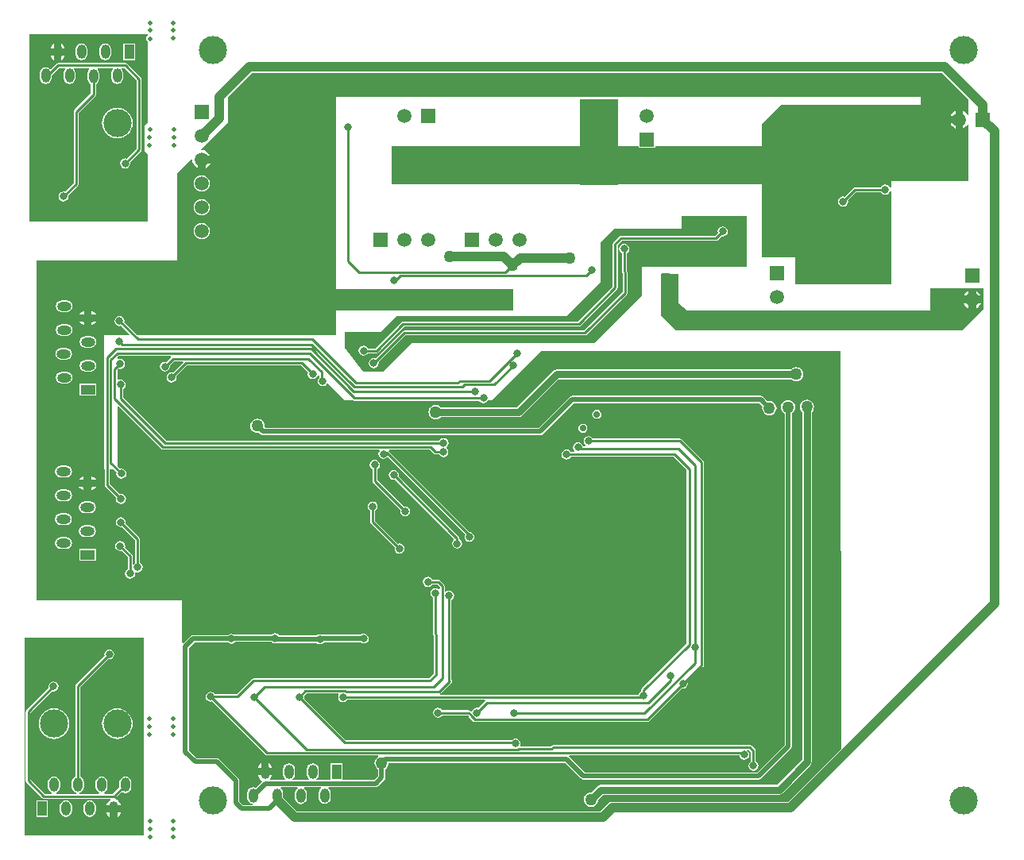
<source format=gbl>
%FSLAX42Y42*%
%MOMM*%
G71*
G01*
G75*
G04 Layer_Physical_Order=2*
G04 Layer_Color=16711680*
%ADD10R,2.00X1.10*%
%ADD11R,0.80X1.10*%
%ADD12R,0.85X0.95*%
%ADD13R,1.00X0.90*%
%ADD14R,1.55X0.60*%
%ADD15R,0.90X1.00*%
%ADD16R,1.80X1.30*%
%ADD17R,1.45X0.45*%
%ADD18R,0.45X0.45*%
G04:AMPARAMS|DCode=19|XSize=0.65mm|YSize=0.6mm|CornerRadius=0.02mm|HoleSize=0mm|Usage=FLASHONLY|Rotation=180.000|XOffset=0mm|YOffset=0mm|HoleType=Round|Shape=RoundedRectangle|*
%AMROUNDEDRECTD19*
21,1,0.65,0.57,0,0,180.0*
21,1,0.62,0.60,0,0,180.0*
1,1,0.03,-0.31,0.28*
1,1,0.03,0.31,0.28*
1,1,0.03,0.31,-0.28*
1,1,0.03,-0.31,-0.28*
%
%ADD19ROUNDEDRECTD19*%
%ADD20R,1.50X2.00*%
G04:AMPARAMS|DCode=21|XSize=0.5mm|YSize=0.25mm|CornerRadius=0mm|HoleSize=0mm|Usage=FLASHONLY|Rotation=180.000|XOffset=0mm|YOffset=0mm|HoleType=Round|Shape=RoundedRectangle|*
%AMROUNDEDRECTD21*
21,1,0.50,0.25,0,0,180.0*
21,1,0.50,0.25,0,0,180.0*
1,1,0.00,-0.25,0.12*
1,1,0.00,0.25,0.12*
1,1,0.00,0.25,-0.12*
1,1,0.00,-0.25,-0.12*
%
%ADD21ROUNDEDRECTD21*%
%ADD22R,0.70X1.30*%
G04:AMPARAMS|DCode=23|XSize=0.5mm|YSize=0.25mm|CornerRadius=0mm|HoleSize=0mm|Usage=FLASHONLY|Rotation=270.000|XOffset=0mm|YOffset=0mm|HoleType=Round|Shape=RoundedRectangle|*
%AMROUNDEDRECTD23*
21,1,0.50,0.25,0,0,270.0*
21,1,0.50,0.25,0,0,270.0*
1,1,0.00,-0.12,-0.25*
1,1,0.00,-0.12,0.25*
1,1,0.00,0.12,0.25*
1,1,0.00,0.12,-0.25*
%
%ADD23ROUNDEDRECTD23*%
%ADD24R,1.30X0.70*%
G04:AMPARAMS|DCode=25|XSize=0.3mm|YSize=1.4mm|CornerRadius=0mm|HoleSize=0mm|Usage=FLASHONLY|Rotation=45.000|XOffset=0mm|YOffset=0mm|HoleType=Round|Shape=Rectangle|*
%AMROTATEDRECTD25*
4,1,4,0.39,-0.60,-0.60,0.39,-0.39,0.60,0.60,-0.39,0.39,-0.60,0.0*
%
%ADD25ROTATEDRECTD25*%

G04:AMPARAMS|DCode=26|XSize=0.3mm|YSize=1.4mm|CornerRadius=0mm|HoleSize=0mm|Usage=FLASHONLY|Rotation=315.000|XOffset=0mm|YOffset=0mm|HoleType=Round|Shape=Rectangle|*
%AMROTATEDRECTD26*
4,1,4,-0.60,-0.39,0.39,0.60,0.60,0.39,-0.39,-0.60,-0.60,-0.39,0.0*
%
%ADD26ROTATEDRECTD26*%

%ADD27R,1.00X0.75*%
%ADD28R,0.80X0.80*%
%ADD29R,6.00X2.00*%
%ADD30R,1.30X2.70*%
%ADD31R,0.80X0.80*%
%ADD32R,0.90X0.95*%
%ADD33R,0.90X0.95*%
%ADD34R,0.95X0.85*%
G04:AMPARAMS|DCode=35|XSize=0.95mm|YSize=0.85mm|CornerRadius=0mm|HoleSize=0mm|Usage=FLASHONLY|Rotation=315.000|XOffset=0mm|YOffset=0mm|HoleType=Round|Shape=Rectangle|*
%AMROTATEDRECTD35*
4,1,4,-0.64,0.04,-0.04,0.64,0.64,-0.04,0.04,-0.64,-0.64,0.04,0.0*
%
%ADD35ROTATEDRECTD35*%

G04:AMPARAMS|DCode=36|XSize=5.5mm|YSize=2mm|CornerRadius=0mm|HoleSize=0mm|Usage=FLASHONLY|Rotation=225.000|XOffset=0mm|YOffset=0mm|HoleType=Round|Shape=Rectangle|*
%AMROTATEDRECTD36*
4,1,4,1.24,2.65,2.65,1.24,-1.24,-2.65,-2.65,-1.24,1.24,2.65,0.0*
%
%ADD36ROTATEDRECTD36*%

%ADD37C,1.50*%
%ADD38R,0.80X1.50*%
%ADD39R,1.50X0.80*%
%ADD40R,0.60X1.45*%
%ADD41C,0.25*%
%ADD42C,0.76*%
%ADD43C,0.50*%
%ADD44R,1.55X1.85*%
%ADD45R,1.50X1.50*%
%ADD46O,1.00X1.52*%
%ADD47R,1.00X1.52*%
%ADD48R,1.50X1.50*%
%ADD49O,1.52X1.00*%
%ADD50R,1.52X1.00*%
%ADD51C,0.70*%
%ADD52C,0.80*%
%ADD53C,1.27*%
%ADD54C,3.00*%
%ADD55C,0.50*%
%ADD56C,1.02*%
%ADD57C,0.51*%
G36*
X6099Y12180D02*
X6095Y12177D01*
X6087Y12165D01*
X6084Y12150D01*
X6087Y12135D01*
X6095Y12123D01*
X6099Y12120D01*
Y11253D01*
X6062Y11225D01*
Y10950D01*
X6099Y10913D01*
Y10203D01*
X4839D01*
Y12198D01*
X6099D01*
Y12180D01*
D02*
G37*
G36*
X14845Y11506D02*
Y11436D01*
X14850Y11431D01*
X14849Y11337D01*
X14837Y11335D01*
X14836Y11336D01*
X14820Y11357D01*
X14799Y11373D01*
X14788Y11378D01*
Y11285D01*
Y11193D01*
X14799Y11198D01*
X14820Y11214D01*
X14836Y11235D01*
X14836Y11235D01*
X14849Y11232D01*
X14845Y10628D01*
X14023Y10628D01*
Y10561D01*
X14010Y10560D01*
X14010Y10561D01*
X13998Y10578D01*
X13981Y10590D01*
X13960Y10594D01*
X13939Y10590D01*
X13922Y10578D01*
X13914Y10566D01*
X13638D01*
X13628Y10564D01*
X13619Y10558D01*
X13524Y10463D01*
X13510Y10466D01*
X13489Y10462D01*
X13472Y10450D01*
X13460Y10433D01*
X13456Y10412D01*
X13460Y10392D01*
X13472Y10375D01*
X13489Y10363D01*
X13510Y10359D01*
X13531Y10363D01*
X13548Y10375D01*
X13560Y10392D01*
X13564Y10412D01*
X13561Y10427D01*
X13648Y10514D01*
X13914D01*
X13922Y10502D01*
X13939Y10490D01*
X13960Y10486D01*
X13981Y10490D01*
X13998Y10502D01*
X14010Y10519D01*
X14010Y10520D01*
X14023Y10519D01*
X14023Y10082D01*
X14022Y9530D01*
X13002D01*
Y9822D01*
X12641Y9822D01*
X12641Y10593D01*
X11112Y10593D01*
Y10590D01*
X10705D01*
Y10593D01*
X8702Y10593D01*
Y11000D01*
X10705Y11000D01*
X10705Y11500D01*
X11112D01*
X11112Y11000D01*
X11330D01*
Y10983D01*
X11506D01*
Y11000D01*
X12641Y11000D01*
Y11229D01*
X12852Y11440D01*
X14335Y11440D01*
X14335Y11525D01*
X8107Y11525D01*
X8107Y9478D01*
X9997Y9478D01*
X9997Y9250D01*
X8107Y9250D01*
X8107Y8988D01*
X5986Y8988D01*
X5850Y9124D01*
X5852Y9139D01*
X5848Y9159D01*
X5837Y9177D01*
X5819Y9188D01*
X5799Y9192D01*
X5778Y9188D01*
X5761Y9177D01*
X5749Y9159D01*
X5745Y9139D01*
X5749Y9118D01*
X5761Y9101D01*
X5778Y9089D01*
X5799Y9085D01*
X5813Y9088D01*
X5901Y8999D01*
X5897Y8988D01*
X5635Y8988D01*
Y7555D01*
X5641D01*
Y7389D01*
X5643Y7379D01*
X5649Y7370D01*
X5763Y7256D01*
X5760Y7242D01*
X5765Y7221D01*
X5776Y7204D01*
X5794Y7192D01*
X5814Y7188D01*
X5835Y7192D01*
X5852Y7204D01*
X5864Y7221D01*
X5868Y7242D01*
X5864Y7262D01*
X5852Y7280D01*
X5835Y7291D01*
X5814Y7295D01*
X5800Y7293D01*
X5693Y7399D01*
Y7555D01*
X5739D01*
X5768Y7526D01*
X5765Y7512D01*
X5770Y7491D01*
X5781Y7474D01*
X5799Y7462D01*
X5819Y7458D01*
X5840Y7462D01*
X5857Y7474D01*
X5869Y7491D01*
X5873Y7512D01*
X5869Y7532D01*
X5857Y7550D01*
X5840Y7561D01*
X5819Y7565D01*
X5805Y7563D01*
X5777Y7590D01*
Y8224D01*
X5789Y8229D01*
X6244Y7774D01*
X6253Y7769D01*
X6262Y7767D01*
X8563D01*
X8570Y7754D01*
X8563Y7743D01*
X8559Y7722D01*
X8563Y7702D01*
X8575Y7685D01*
X8592Y7673D01*
X8612Y7669D01*
X8633Y7673D01*
X8650Y7685D01*
X8663Y7686D01*
X8777Y7572D01*
X9417Y6931D01*
X9483Y6866D01*
X9478Y6858D01*
X9474Y6838D01*
X9478Y6817D01*
X9490Y6800D01*
X9507Y6788D01*
X9528Y6784D01*
X9548Y6788D01*
X9565Y6800D01*
X9577Y6817D01*
X9581Y6838D01*
X9577Y6858D01*
X9565Y6875D01*
X9548Y6887D01*
X9531Y6891D01*
X9454Y6968D01*
X8813Y7608D01*
X8668Y7754D01*
X8671Y7764D01*
X8673Y7767D01*
X9102D01*
X9147Y7722D01*
X9155Y7716D01*
X9165Y7714D01*
X9204D01*
X9212Y7702D01*
X9229Y7690D01*
X9250Y7686D01*
X9271Y7690D01*
X9288Y7702D01*
X9300Y7719D01*
X9304Y7740D01*
X9300Y7761D01*
X9288Y7778D01*
X9283Y7782D01*
Y7794D01*
X9290Y7800D01*
X9302Y7817D01*
X9306Y7838D01*
X9302Y7858D01*
X9290Y7875D01*
X9273Y7887D01*
X9253Y7891D01*
X9232Y7887D01*
X9215Y7875D01*
X9206Y7863D01*
X6296D01*
X5835Y8324D01*
Y8415D01*
X5847Y8423D01*
X5859Y8440D01*
X5863Y8461D01*
X5859Y8482D01*
X5847Y8499D01*
X5830Y8511D01*
X5809Y8515D01*
X5790Y8511D01*
X5786Y8512D01*
X5777Y8517D01*
Y8618D01*
X5790Y8631D01*
X5804Y8628D01*
X5825Y8632D01*
X5842Y8643D01*
X5854Y8661D01*
X5858Y8681D01*
X5854Y8702D01*
X5842Y8719D01*
X5825Y8731D01*
X5804Y8735D01*
X5790Y8732D01*
X5777Y8741D01*
Y8758D01*
X5786Y8767D01*
X6342D01*
X6346Y8761D01*
X6347Y8754D01*
X6297Y8703D01*
X6283Y8706D01*
X6262Y8702D01*
X6245Y8690D01*
X6233Y8673D01*
X6229Y8653D01*
X6233Y8632D01*
X6245Y8615D01*
X6262Y8603D01*
X6283Y8599D01*
X6303Y8603D01*
X6320Y8615D01*
X6332Y8632D01*
X6336Y8653D01*
X6333Y8667D01*
X6378Y8712D01*
X6472D01*
X6477Y8699D01*
X6367Y8588D01*
X6353Y8591D01*
X6332Y8587D01*
X6315Y8575D01*
X6303Y8558D01*
X6299Y8538D01*
X6303Y8517D01*
X6315Y8500D01*
X6332Y8488D01*
X6353Y8484D01*
X6373Y8488D01*
X6390Y8500D01*
X6402Y8517D01*
X6406Y8538D01*
X6403Y8552D01*
X6516Y8664D01*
X7729D01*
X7807Y8587D01*
X7804Y8572D01*
X7808Y8552D01*
X7820Y8535D01*
X7837Y8523D01*
X7857Y8519D01*
X7878Y8523D01*
X7895Y8535D01*
X7907Y8552D01*
X7908Y8555D01*
X7922Y8561D01*
X7925Y8559D01*
Y8532D01*
X7916Y8518D01*
X7912Y8497D01*
X7916Y8477D01*
X7927Y8460D01*
X7945Y8448D01*
X7965Y8444D01*
X7986Y8448D01*
X8003Y8460D01*
X8009Y8468D01*
X8025Y8470D01*
X8203Y8293D01*
X8293D01*
X8295Y8291D01*
X8305Y8289D01*
X9631D01*
X9640Y8277D01*
X9657Y8265D01*
X9678Y8261D01*
X9698Y8265D01*
X9715Y8277D01*
X9726Y8293D01*
X9762D01*
X10287Y8817D01*
X13487Y8817D01*
X13488Y4579D01*
X12920Y4011D01*
X11049D01*
X11024Y4006D01*
X11003Y3992D01*
X10923Y3912D01*
X7692Y3912D01*
X7541Y4063D01*
Y4107D01*
X7536Y4131D01*
X7522Y4152D01*
X7516Y4156D01*
X7520Y4169D01*
X7692D01*
X7696Y4156D01*
X7686Y4149D01*
X7672Y4128D01*
X7667Y4104D01*
Y4051D01*
X7672Y4027D01*
X7686Y4006D01*
X7707Y3992D01*
X7731Y3987D01*
X7755Y3992D01*
X7776Y4006D01*
X7790Y4027D01*
X7795Y4051D01*
Y4104D01*
X7790Y4128D01*
X7776Y4149D01*
X7766Y4156D01*
X7770Y4169D01*
X7943D01*
X7947Y4156D01*
X7940Y4151D01*
X7926Y4131D01*
X7921Y4106D01*
Y4054D01*
X7926Y4029D01*
X7940Y4009D01*
X7961Y3995D01*
X7985Y3990D01*
X8009Y3995D01*
X8030Y4009D01*
X8044Y4029D01*
X8049Y4054D01*
Y4106D01*
X8044Y4131D01*
X8030Y4151D01*
X8023Y4156D01*
X8027Y4169D01*
X8528D01*
X8542Y4172D01*
X8555Y4180D01*
X8620Y4245D01*
X8628Y4258D01*
X8631Y4272D01*
Y4359D01*
X8647Y4371D01*
X8659Y4387D01*
X8667Y4405D01*
X8669Y4425D01*
X8670Y4426D01*
X10549D01*
X10715Y4260D01*
X10728Y4252D01*
X10742Y4249D01*
X12613D01*
X12627Y4252D01*
X12640Y4260D01*
X12952Y4573D01*
X12961Y4585D01*
X12964Y4600D01*
Y8154D01*
X12979Y8166D01*
X12992Y8182D01*
X12999Y8200D01*
X13002Y8220D01*
X12999Y8240D01*
X12992Y8258D01*
X12979Y8274D01*
X12963Y8287D01*
X12945Y8294D01*
X12925Y8297D01*
X12905Y8294D01*
X12887Y8287D01*
X12871Y8274D01*
X12858Y8258D01*
X12851Y8240D01*
X12848Y8220D01*
X12851Y8200D01*
X12858Y8182D01*
X12871Y8166D01*
X12886Y8154D01*
Y4616D01*
X12596Y4326D01*
X10759D01*
X10592Y4492D01*
X10591Y4493D01*
X10595Y4506D01*
X12404D01*
X12406Y4495D01*
X12417Y4477D01*
X12435Y4466D01*
X12455Y4462D01*
X12476Y4466D01*
X12493Y4477D01*
X12505Y4495D01*
X12509Y4515D01*
X12505Y4536D01*
X12493Y4553D01*
X12488Y4557D01*
X12492Y4570D01*
X12504D01*
X12529Y4544D01*
Y4444D01*
X12517Y4435D01*
X12505Y4418D01*
X12501Y4397D01*
X12505Y4377D01*
X12517Y4360D01*
X12534Y4348D01*
X12555Y4344D01*
X12576Y4348D01*
X12593Y4360D01*
X12605Y4377D01*
X12609Y4397D01*
X12605Y4418D01*
X12593Y4435D01*
X12581Y4444D01*
Y4555D01*
X12579Y4565D01*
X12573Y4573D01*
X12533Y4614D01*
X12524Y4620D01*
X12514Y4621D01*
X10426D01*
X10416Y4620D01*
X10407Y4614D01*
X10394Y4601D01*
X10074D01*
X10068Y4612D01*
X10070Y4615D01*
X10074Y4635D01*
X10070Y4656D01*
X10058Y4673D01*
X10041Y4685D01*
X10020Y4689D01*
X10000Y4685D01*
X9982Y4673D01*
X9981Y4671D01*
X8208D01*
X7766Y5113D01*
X7768Y5128D01*
X7766Y5142D01*
X7790Y5166D01*
X8130D01*
X8136Y5154D01*
X8132Y5147D01*
X8128Y5127D01*
X8132Y5106D01*
X8144Y5089D01*
X8161Y5077D01*
X8182Y5073D01*
X8202Y5077D01*
X8220Y5089D01*
X8228Y5101D01*
X9694D01*
X9698Y5088D01*
X9694Y5086D01*
X9622Y5013D01*
X9607Y5016D01*
X9587Y5012D01*
X9570Y5000D01*
X9558Y4983D01*
X9557Y4980D01*
X9545Y4976D01*
X9541Y4980D01*
X9533Y4986D01*
X9523Y4988D01*
X9240D01*
X9232Y5000D01*
X9215Y5012D01*
X9194Y5016D01*
X9174Y5012D01*
X9156Y5000D01*
X9145Y4982D01*
X9141Y4962D01*
X9145Y4941D01*
X9156Y4924D01*
X9174Y4912D01*
X9194Y4908D01*
X9215Y4912D01*
X9232Y4924D01*
X9240Y4936D01*
X9512D01*
X9517Y4931D01*
X9518Y4926D01*
X9524Y4917D01*
X9567Y4874D01*
X9575Y4868D01*
X9585Y4866D01*
X11422D01*
X11432Y4868D01*
X11440Y4874D01*
X11788Y5222D01*
X11803Y5219D01*
X11823Y5223D01*
X11840Y5235D01*
X11852Y5252D01*
X11856Y5272D01*
X11853Y5287D01*
X12018Y5452D01*
X12024Y5460D01*
X12026Y5470D01*
Y7630D01*
X12024Y7640D01*
X12018Y7648D01*
X11790Y7876D01*
X11782Y7882D01*
X11772Y7884D01*
X10844D01*
X10836Y7896D01*
X10819Y7907D01*
X10798Y7912D01*
X10777Y7907D01*
X10760Y7896D01*
X10748Y7878D01*
X10744Y7858D01*
X10748Y7837D01*
X10760Y7820D01*
X10766Y7816D01*
X10762Y7803D01*
X10737D01*
X10735Y7813D01*
X10723Y7830D01*
X10706Y7842D01*
X10685Y7846D01*
X10664Y7842D01*
X10647Y7830D01*
X10635Y7813D01*
X10631Y7793D01*
X10635Y7772D01*
X10647Y7755D01*
X10648Y7754D01*
X10645Y7741D01*
X10609D01*
X10600Y7753D01*
X10583Y7765D01*
X10562Y7769D01*
X10542Y7765D01*
X10525Y7753D01*
X10513Y7736D01*
X10509Y7715D01*
X10513Y7694D01*
X10525Y7677D01*
X10542Y7665D01*
X10562Y7661D01*
X10583Y7665D01*
X10600Y7677D01*
X10609Y7689D01*
X11704D01*
X11844Y7549D01*
Y5701D01*
X11362Y5218D01*
X11356Y5210D01*
X11354Y5200D01*
Y5189D01*
X11342Y5180D01*
X11330Y5163D01*
X11328Y5153D01*
X9213D01*
X9212Y5165D01*
X9215Y5166D01*
X9223Y5172D01*
X9333Y5282D01*
X9339Y5290D01*
X9341Y5300D01*
X9339Y5310D01*
X9336Y5314D01*
Y6164D01*
X9348Y6172D01*
X9360Y6189D01*
X9364Y6210D01*
X9360Y6231D01*
X9348Y6248D01*
X9331Y6260D01*
X9310Y6264D01*
X9289Y6260D01*
X9276Y6251D01*
X9263Y6256D01*
Y6315D01*
X9261Y6325D01*
X9256Y6333D01*
X9213Y6376D01*
X9205Y6381D01*
X9195Y6383D01*
X9131D01*
X9123Y6395D01*
X9106Y6407D01*
X9085Y6411D01*
X9064Y6407D01*
X9047Y6395D01*
X9035Y6378D01*
X9031Y6358D01*
X9035Y6337D01*
X9047Y6320D01*
X9064Y6308D01*
X9085Y6304D01*
X9106Y6308D01*
X9123Y6320D01*
X9131Y6332D01*
X9184D01*
X9212Y6304D01*
Y6287D01*
X9199Y6280D01*
X9188Y6287D01*
X9168Y6291D01*
X9147Y6287D01*
X9130Y6275D01*
X9118Y6258D01*
X9114Y6238D01*
X9118Y6217D01*
X9130Y6200D01*
X9142Y6191D01*
X9144Y5378D01*
X9094Y5328D01*
X7230D01*
X7220Y5326D01*
X7212Y5321D01*
X7050Y5159D01*
X6816D01*
X6808Y5171D01*
X6790Y5182D01*
X6770Y5187D01*
X6749Y5182D01*
X6732Y5171D01*
X6720Y5153D01*
X6716Y5133D01*
X6720Y5112D01*
X6732Y5095D01*
X6749Y5083D01*
X6770Y5079D01*
X6784Y5082D01*
X7352Y4514D01*
X7361Y4508D01*
X7371Y4506D01*
X8556D01*
X8558Y4493D01*
X8554Y4492D01*
X8538Y4479D01*
X8526Y4463D01*
X8518Y4445D01*
X8516Y4425D01*
X8518Y4405D01*
X8526Y4387D01*
X8538Y4371D01*
X8554Y4359D01*
Y4289D01*
X8511Y4246D01*
X8175D01*
Y4423D01*
X8049D01*
Y4246D01*
X7901D01*
X7897Y4259D01*
X7903Y4263D01*
X7917Y4284D01*
X7922Y4308D01*
Y4361D01*
X7917Y4385D01*
X7903Y4406D01*
X7882Y4420D01*
X7858Y4425D01*
X7834Y4420D01*
X7813Y4406D01*
X7799Y4385D01*
X7794Y4361D01*
Y4308D01*
X7799Y4284D01*
X7813Y4263D01*
X7819Y4259D01*
X7815Y4246D01*
X7647D01*
X7643Y4259D01*
X7649Y4263D01*
X7663Y4284D01*
X7668Y4308D01*
Y4361D01*
X7663Y4385D01*
X7649Y4406D01*
X7628Y4420D01*
X7604Y4425D01*
X7580Y4420D01*
X7559Y4406D01*
X7545Y4385D01*
X7540Y4361D01*
Y4308D01*
X7545Y4284D01*
X7559Y4263D01*
X7565Y4259D01*
X7561Y4246D01*
X7413D01*
X7407Y4259D01*
X7416Y4270D01*
X7423Y4289D01*
X7424Y4294D01*
X7276D01*
X7277Y4289D01*
X7284Y4270D01*
X7296Y4255D01*
X7312Y4242D01*
X7312Y4242D01*
X7315Y4227D01*
X7251Y4163D01*
X7247Y4166D01*
X7223Y4171D01*
X7199Y4166D01*
X7178Y4152D01*
X7164Y4131D01*
X7159Y4107D01*
Y4054D01*
X7164Y4030D01*
X7178Y4009D01*
X7199Y3995D01*
X7217Y3992D01*
X7216Y3979D01*
X7119D01*
X7076Y4021D01*
Y4240D01*
X7073Y4255D01*
X7065Y4267D01*
X6866Y4466D01*
X6854Y4475D01*
X6839Y4478D01*
X6620D01*
X6536Y4561D01*
Y5651D01*
X6596Y5711D01*
X6956D01*
X6972Y5700D01*
X6993Y5696D01*
X7013Y5700D01*
X7030Y5712D01*
X7033Y5716D01*
X7421D01*
X7437Y5705D01*
X7457Y5701D01*
X7478Y5705D01*
X7479Y5706D01*
X7899D01*
X7915Y5695D01*
X7935Y5691D01*
X7956Y5695D01*
X7973Y5707D01*
X7978Y5714D01*
X8365D01*
X8382Y5703D01*
X8402Y5699D01*
X8423Y5703D01*
X8440Y5715D01*
X8452Y5732D01*
X8456Y5753D01*
X8452Y5773D01*
X8440Y5791D01*
X8423Y5802D01*
X8402Y5806D01*
X8382Y5802D01*
X8365Y5792D01*
X7960D01*
X7956Y5794D01*
X7935Y5799D01*
X7915Y5794D01*
X7899Y5784D01*
X7502D01*
X7495Y5793D01*
X7478Y5805D01*
X7457Y5809D01*
X7437Y5805D01*
X7421Y5794D01*
X7022D01*
X7013Y5800D01*
X6993Y5804D01*
X6972Y5800D01*
X6956Y5789D01*
X6580D01*
X6565Y5786D01*
X6553Y5777D01*
X6480Y5705D01*
X6468Y5710D01*
Y6158D01*
X4912D01*
Y9788D01*
X6415Y9788D01*
Y10717D01*
X6563Y10865D01*
X6564Y10864D01*
X6574Y10858D01*
X6577Y10833D01*
X6587Y10809D01*
X6603Y10788D01*
X6624Y10772D01*
X6635Y10767D01*
Y10860D01*
X6675D01*
Y10900D01*
X6767D01*
X6763Y10910D01*
X6747Y10931D01*
X6726Y10947D01*
X6701Y10957D01*
X6677Y10961D01*
X6670Y10971D01*
X6670Y10972D01*
X6958Y11260D01*
Y11532D01*
X7212Y11785D01*
X14566D01*
X14845Y11506D01*
D02*
G37*
G36*
X11757Y9643D02*
X11757Y9329D01*
X11849Y9250D01*
X14442Y9250D01*
Y9490D01*
X15005Y9490D01*
X15005Y9263D01*
X14780Y9038D01*
X11728Y9038D01*
X11570Y9195D01*
X11570Y9634D01*
X11581Y9645D01*
X11757Y9643D01*
D02*
G37*
G36*
X12485Y10257D02*
X12485Y9720D01*
X11367Y9720D01*
Y9412D01*
X10860Y8905D01*
X8918D01*
X8607Y8595D01*
X8396Y8595D01*
X8202Y8851D01*
X8203Y9020D01*
X8580D01*
X8751Y9191D01*
X10564D01*
X10922Y9550D01*
Y9972D01*
X11070Y10120D01*
X11790Y10120D01*
X11790Y10257D01*
X12485Y10257D01*
D02*
G37*
G36*
X6054Y3657D02*
X4785D01*
Y5762D01*
X6054D01*
Y3657D01*
D02*
G37*
%LPC*%
G36*
X5417Y7368D02*
X5367D01*
X5377Y7354D01*
X5393Y7342D01*
X5411Y7334D01*
X5417Y7333D01*
Y7368D01*
D02*
G37*
G36*
X5230Y7345D02*
X5177D01*
X5153Y7340D01*
X5132Y7326D01*
X5118Y7305D01*
X5113Y7281D01*
X5118Y7256D01*
X5132Y7235D01*
X5153Y7222D01*
X5177Y7217D01*
X5230D01*
X5254Y7222D01*
X5275Y7235D01*
X5289Y7256D01*
X5293Y7281D01*
X5289Y7305D01*
X5275Y7326D01*
X5254Y7340D01*
X5230Y7345D01*
D02*
G37*
G36*
X5227Y7091D02*
X5174D01*
X5150Y7086D01*
X5129Y7072D01*
X5115Y7051D01*
X5110Y7027D01*
X5115Y7002D01*
X5129Y6981D01*
X5150Y6968D01*
X5174Y6963D01*
X5227D01*
X5251Y6968D01*
X5272Y6981D01*
X5286Y7002D01*
X5290Y7027D01*
X5286Y7051D01*
X5272Y7072D01*
X5251Y7086D01*
X5227Y7091D01*
D02*
G37*
G36*
X5484Y6964D02*
X5431D01*
X5407Y6959D01*
X5386Y6945D01*
X5372Y6924D01*
X5367Y6900D01*
X5372Y6875D01*
X5386Y6854D01*
X5407Y6841D01*
X5431Y6836D01*
X5484D01*
X5508Y6841D01*
X5529Y6854D01*
X5543Y6875D01*
X5547Y6900D01*
X5543Y6924D01*
X5529Y6945D01*
X5508Y6959D01*
X5484Y6964D01*
D02*
G37*
G36*
Y7218D02*
X5431D01*
X5407Y7213D01*
X5386Y7199D01*
X5372Y7178D01*
X5367Y7154D01*
X5372Y7129D01*
X5386Y7108D01*
X5407Y7095D01*
X5431Y7090D01*
X5484D01*
X5508Y7095D01*
X5529Y7108D01*
X5543Y7129D01*
X5547Y7154D01*
X5543Y7178D01*
X5529Y7199D01*
X5508Y7213D01*
X5484Y7218D01*
D02*
G37*
G36*
X8520Y7659D02*
X8499Y7655D01*
X8482Y7643D01*
X8470Y7626D01*
X8466Y7605D01*
X8470Y7584D01*
X8482Y7567D01*
X8494Y7559D01*
Y7432D01*
X8496Y7423D01*
X8502Y7414D01*
X8792Y7123D01*
X8790Y7109D01*
X8794Y7089D01*
X8805Y7071D01*
X8823Y7060D01*
X8843Y7055D01*
X8864Y7060D01*
X8881Y7071D01*
X8893Y7089D01*
X8897Y7109D01*
X8893Y7130D01*
X8881Y7147D01*
X8864Y7159D01*
X8843Y7163D01*
X8829Y7160D01*
X8546Y7443D01*
Y7559D01*
X8558Y7567D01*
X8570Y7584D01*
X8574Y7605D01*
X8570Y7626D01*
X8558Y7643D01*
X8541Y7655D01*
X8520Y7659D01*
D02*
G37*
G36*
X10886Y8192D02*
X10867Y8189D01*
X10852Y8178D01*
X10841Y8162D01*
X10837Y8144D01*
X10841Y8125D01*
X10852Y8109D01*
X10867Y8099D01*
X10886Y8095D01*
X10905Y8099D01*
X10920Y8109D01*
X10931Y8125D01*
X10935Y8144D01*
X10931Y8162D01*
X10920Y8178D01*
X10905Y8189D01*
X10886Y8192D01*
D02*
G37*
G36*
X10738Y8044D02*
X10719Y8040D01*
X10703Y8030D01*
X10693Y8014D01*
X10689Y7995D01*
X10693Y7977D01*
X10703Y7961D01*
X10719Y7950D01*
X10738Y7947D01*
X10756Y7950D01*
X10772Y7961D01*
X10782Y7977D01*
X10786Y7995D01*
X10782Y8014D01*
X10772Y8030D01*
X10756Y8040D01*
X10738Y8044D01*
D02*
G37*
G36*
X5551Y8471D02*
X5374D01*
Y8345D01*
X5551D01*
Y8471D01*
D02*
G37*
G36*
X12632Y8341D02*
X10625D01*
X10610Y8338D01*
X10598Y8330D01*
X10266Y7999D01*
X7357D01*
X7346Y8011D01*
X7347Y8020D01*
X7344Y8040D01*
X7337Y8058D01*
X7324Y8074D01*
X7308Y8087D01*
X7290Y8094D01*
X7270Y8097D01*
X7250Y8094D01*
X7232Y8087D01*
X7216Y8074D01*
X7203Y8058D01*
X7196Y8040D01*
X7193Y8020D01*
X7196Y8000D01*
X7203Y7982D01*
X7216Y7966D01*
X7232Y7953D01*
X7250Y7946D01*
X7270Y7943D01*
X7289Y7946D01*
X7303Y7933D01*
X7315Y7924D01*
X7330Y7921D01*
X10282D01*
X10297Y7924D01*
X10310Y7933D01*
X10641Y8264D01*
X12616D01*
X12651Y8229D01*
X12648Y8210D01*
X12651Y8190D01*
X12658Y8172D01*
X12671Y8156D01*
X12687Y8143D01*
X12705Y8136D01*
X12725Y8133D01*
X12745Y8136D01*
X12763Y8143D01*
X12779Y8156D01*
X12792Y8172D01*
X12799Y8190D01*
X12802Y8210D01*
X12799Y8230D01*
X12792Y8248D01*
X12779Y8264D01*
X12763Y8277D01*
X12745Y8284D01*
X12725Y8287D01*
X12706Y8284D01*
X12660Y8330D01*
X12647Y8338D01*
X12632Y8341D01*
D02*
G37*
G36*
X5417Y7482D02*
X5411Y7481D01*
X5393Y7473D01*
X5377Y7461D01*
X5367Y7448D01*
X5417D01*
Y7482D01*
D02*
G37*
G36*
X5548Y7368D02*
X5497D01*
Y7333D01*
X5503Y7334D01*
X5522Y7342D01*
X5537Y7354D01*
X5548Y7368D01*
D02*
G37*
G36*
X5230Y7599D02*
X5177D01*
X5153Y7594D01*
X5132Y7580D01*
X5118Y7559D01*
X5113Y7535D01*
X5118Y7510D01*
X5132Y7489D01*
X5153Y7476D01*
X5177Y7471D01*
X5230D01*
X5254Y7476D01*
X5275Y7489D01*
X5289Y7510D01*
X5293Y7535D01*
X5289Y7559D01*
X5275Y7580D01*
X5254Y7594D01*
X5230Y7599D01*
D02*
G37*
G36*
X5497Y7482D02*
Y7448D01*
X5548D01*
X5537Y7461D01*
X5522Y7473D01*
X5503Y7481D01*
X5497Y7482D01*
D02*
G37*
G36*
X8722Y7551D02*
X8702Y7547D01*
X8685Y7535D01*
X8673Y7518D01*
X8669Y7497D01*
X8673Y7477D01*
X8685Y7460D01*
X8702Y7448D01*
X8722Y7444D01*
X8737Y7447D01*
X9363Y6821D01*
X9361Y6804D01*
X9360Y6803D01*
X9348Y6786D01*
X9344Y6765D01*
X9348Y6744D01*
X9360Y6727D01*
X9377Y6715D01*
X9397Y6711D01*
X9418Y6715D01*
X9435Y6727D01*
X9447Y6744D01*
X9451Y6765D01*
X9447Y6786D01*
X9435Y6803D01*
X9423Y6811D01*
Y6822D01*
X9421Y6832D01*
X9416Y6841D01*
X8773Y7483D01*
X8776Y7497D01*
X8772Y7518D01*
X8760Y7535D01*
X8743Y7547D01*
X8722Y7551D01*
D02*
G37*
G36*
X5036Y4029D02*
X4911D01*
Y3851D01*
X5036D01*
Y4029D01*
D02*
G37*
G36*
X13125Y8299D02*
X13105Y8297D01*
X13087Y8289D01*
X13071Y8277D01*
X13058Y8261D01*
X13051Y8242D01*
X13048Y8222D01*
X13051Y8203D01*
X13058Y8184D01*
X13071Y8168D01*
X13073Y8166D01*
Y4459D01*
X12806Y4192D01*
X10930D01*
X10910Y4188D01*
X10893Y4177D01*
X10828Y4112D01*
X10825Y4112D01*
X10805Y4110D01*
X10786Y4102D01*
X10770Y4090D01*
X10758Y4074D01*
X10750Y4055D01*
X10748Y4035D01*
X10750Y4016D01*
X10758Y3997D01*
X10770Y3981D01*
X10786Y3969D01*
X10805Y3961D01*
X10825Y3959D01*
X10844Y3961D01*
X10863Y3969D01*
X10879Y3981D01*
X10891Y3997D01*
X10899Y4016D01*
X10901Y4035D01*
X10901Y4038D01*
X10951Y4088D01*
X12827D01*
X12847Y4092D01*
X12864Y4103D01*
X13162Y4401D01*
X13173Y4418D01*
X13177Y4438D01*
Y8166D01*
X13179Y8168D01*
X13192Y8184D01*
X13199Y8203D01*
X13202Y8222D01*
X13199Y8242D01*
X13192Y8261D01*
X13179Y8277D01*
X13163Y8289D01*
X13145Y8297D01*
X13125Y8299D01*
D02*
G37*
G36*
X7310Y4425D02*
X7296Y4414D01*
X7284Y4399D01*
X7277Y4380D01*
X7276Y4374D01*
X7310D01*
Y4425D01*
D02*
G37*
G36*
X5482Y4030D02*
X5457Y4025D01*
X5436Y4011D01*
X5423Y3990D01*
X5418Y3966D01*
Y3913D01*
X5423Y3889D01*
X5436Y3868D01*
X5457Y3854D01*
X5482Y3850D01*
X5506Y3854D01*
X5527Y3868D01*
X5541Y3889D01*
X5546Y3913D01*
Y3966D01*
X5541Y3990D01*
X5527Y4011D01*
X5506Y4025D01*
X5482Y4030D01*
D02*
G37*
G36*
X5696Y3900D02*
X5661D01*
X5662Y3894D01*
X5670Y3875D01*
X5682Y3860D01*
X5696Y3849D01*
Y3900D01*
D02*
G37*
G36*
X5810D02*
X5776D01*
Y3849D01*
X5789Y3860D01*
X5801Y3875D01*
X5809Y3894D01*
X5810Y3900D01*
D02*
G37*
G36*
X5228Y4030D02*
X5203Y4025D01*
X5182Y4011D01*
X5169Y3990D01*
X5164Y3966D01*
Y3913D01*
X5169Y3889D01*
X5182Y3868D01*
X5203Y3854D01*
X5228Y3850D01*
X5252Y3854D01*
X5273Y3868D01*
X5287Y3889D01*
X5292Y3913D01*
Y3966D01*
X5287Y3990D01*
X5273Y4011D01*
X5252Y4025D01*
X5228Y4030D01*
D02*
G37*
G36*
X7390Y4425D02*
Y4374D01*
X7424D01*
X7423Y4380D01*
X7416Y4399D01*
X7404Y4414D01*
X7390Y4425D01*
D02*
G37*
G36*
X5546Y6708D02*
X5368D01*
Y6583D01*
X5546D01*
Y6708D01*
D02*
G37*
G36*
X8497Y7213D02*
X8477Y7209D01*
X8460Y7198D01*
X8448Y7180D01*
X8444Y7160D01*
X8448Y7139D01*
X8460Y7122D01*
X8472Y7114D01*
Y6998D01*
X8474Y6988D01*
X8479Y6980D01*
X8732Y6727D01*
X8729Y6713D01*
X8733Y6692D01*
X8745Y6675D01*
X8762Y6663D01*
X8783Y6659D01*
X8803Y6663D01*
X8821Y6675D01*
X8833Y6692D01*
X8837Y6713D01*
X8833Y6733D01*
X8821Y6751D01*
X8803Y6762D01*
X8783Y6767D01*
X8769Y6764D01*
X8523Y7009D01*
Y7114D01*
X8535Y7122D01*
X8547Y7139D01*
X8551Y7160D01*
X8547Y7180D01*
X8535Y7198D01*
X8518Y7209D01*
X8497Y7213D01*
D02*
G37*
G36*
X5229Y6837D02*
X5177D01*
X5152Y6832D01*
X5131Y6818D01*
X5118Y6797D01*
X5113Y6773D01*
X5118Y6748D01*
X5131Y6727D01*
X5152Y6714D01*
X5177Y6709D01*
X5229D01*
X5253Y6714D01*
X5274Y6727D01*
X5288Y6748D01*
X5293Y6773D01*
X5288Y6797D01*
X5274Y6818D01*
X5253Y6832D01*
X5229Y6837D01*
D02*
G37*
G36*
X5812Y7048D02*
X5791Y7044D01*
X5774Y7032D01*
X5762Y7015D01*
X5758Y6994D01*
X5762Y6974D01*
X5774Y6956D01*
X5791Y6945D01*
X5812Y6940D01*
X5826Y6943D01*
X5967Y6803D01*
Y6559D01*
X5955Y6550D01*
X5950Y6544D01*
X5938Y6548D01*
Y6634D01*
X5936Y6644D01*
X5930Y6653D01*
X5858Y6725D01*
X5860Y6739D01*
X5856Y6760D01*
X5845Y6777D01*
X5827Y6789D01*
X5807Y6793D01*
X5786Y6789D01*
X5769Y6777D01*
X5757Y6760D01*
X5753Y6739D01*
X5757Y6719D01*
X5769Y6701D01*
X5786Y6690D01*
X5807Y6685D01*
X5821Y6688D01*
X5886Y6624D01*
Y6490D01*
X5874Y6482D01*
X5862Y6465D01*
X5858Y6444D01*
X5862Y6424D01*
X5874Y6406D01*
X5891Y6395D01*
X5912Y6390D01*
X5932Y6395D01*
X5950Y6406D01*
X5961Y6424D01*
X5965Y6444D01*
X5964Y6453D01*
X5967Y6457D01*
X5975Y6462D01*
X5992Y6459D01*
X6013Y6463D01*
X6030Y6475D01*
X6042Y6492D01*
X6046Y6512D01*
X6042Y6533D01*
X6030Y6550D01*
X6018Y6559D01*
Y6813D01*
X6016Y6823D01*
X6011Y6832D01*
X5863Y6980D01*
X5865Y6994D01*
X5861Y7015D01*
X5850Y7032D01*
X5832Y7044D01*
X5812Y7048D01*
D02*
G37*
G36*
X5100Y5008D02*
X5068Y5005D01*
X5037Y4996D01*
X5009Y4981D01*
X4984Y4961D01*
X4964Y4936D01*
X4949Y4908D01*
X4940Y4877D01*
X4937Y4845D01*
X4940Y4813D01*
X4949Y4782D01*
X4964Y4754D01*
X4984Y4729D01*
X5009Y4709D01*
X5037Y4694D01*
X5068Y4685D01*
X5100Y4682D01*
X5132Y4685D01*
X5163Y4694D01*
X5191Y4709D01*
X5216Y4729D01*
X5236Y4754D01*
X5251Y4782D01*
X5260Y4813D01*
X5263Y4845D01*
X5260Y4877D01*
X5251Y4908D01*
X5236Y4936D01*
X5216Y4961D01*
X5191Y4981D01*
X5163Y4996D01*
X5132Y5005D01*
X5100Y5008D01*
D02*
G37*
G36*
X5775D02*
X5743Y5005D01*
X5712Y4996D01*
X5684Y4981D01*
X5659Y4961D01*
X5639Y4936D01*
X5624Y4908D01*
X5615Y4877D01*
X5612Y4845D01*
X5615Y4813D01*
X5624Y4782D01*
X5639Y4754D01*
X5659Y4729D01*
X5684Y4709D01*
X5712Y4694D01*
X5743Y4685D01*
X5775Y4682D01*
X5807Y4685D01*
X5838Y4694D01*
X5866Y4709D01*
X5891Y4729D01*
X5911Y4754D01*
X5926Y4782D01*
X5935Y4813D01*
X5938Y4845D01*
X5935Y4877D01*
X5926Y4908D01*
X5911Y4936D01*
X5891Y4961D01*
X5866Y4981D01*
X5838Y4996D01*
X5807Y5005D01*
X5775Y5008D01*
D02*
G37*
G36*
X5691Y5638D02*
X5670Y5634D01*
X5653Y5622D01*
X5641Y5605D01*
X5637Y5584D01*
X5640Y5570D01*
X5336Y5267D01*
X5331Y5258D01*
X5329Y5248D01*
Y4281D01*
X5309Y4268D01*
X5296Y4247D01*
X5291Y4223D01*
Y4171D01*
X5296Y4146D01*
X5309Y4125D01*
X5330Y4111D01*
X5336Y4110D01*
X5335Y4098D01*
X5129D01*
X5128Y4101D01*
X5127Y4110D01*
X5146Y4123D01*
X5160Y4144D01*
X5165Y4168D01*
Y4220D01*
X5160Y4245D01*
X5146Y4266D01*
X5125Y4279D01*
X5101Y4284D01*
X5076Y4279D01*
X5055Y4266D01*
X5042Y4245D01*
X5037Y4220D01*
Y4168D01*
X5042Y4144D01*
X5055Y4123D01*
X5074Y4110D01*
X5073Y4101D01*
X5072Y4098D01*
X5004D01*
X4851Y4250D01*
Y4961D01*
X5081Y5191D01*
X5096Y5188D01*
X5116Y5192D01*
X5134Y5204D01*
X5145Y5221D01*
X5149Y5242D01*
X5145Y5262D01*
X5134Y5280D01*
X5116Y5291D01*
X5096Y5295D01*
X5075Y5291D01*
X5058Y5280D01*
X5046Y5262D01*
X5042Y5242D01*
X5045Y5227D01*
X4807Y4990D01*
X4802Y4982D01*
X4800Y4972D01*
Y4239D01*
X4802Y4229D01*
X4807Y4221D01*
X4975Y4053D01*
X4983Y4048D01*
X4993Y4046D01*
X5698D01*
X5701Y4033D01*
X5698Y4032D01*
X5682Y4020D01*
X5670Y4004D01*
X5662Y3986D01*
X5661Y3980D01*
X5736D01*
X5810D01*
X5809Y3986D01*
X5801Y4004D01*
X5789Y4020D01*
X5774Y4032D01*
X5759Y4038D01*
X5756Y4048D01*
X5757Y4052D01*
X5759Y4053D01*
X5824Y4118D01*
X5838Y4108D01*
X5863Y4104D01*
X5887Y4108D01*
X5908Y4122D01*
X5922Y4143D01*
X5926Y4167D01*
Y4220D01*
X5922Y4244D01*
X5908Y4265D01*
X5887Y4279D01*
X5863Y4284D01*
X5838Y4279D01*
X5817Y4265D01*
X5804Y4244D01*
X5799Y4220D01*
Y4167D01*
X5799Y4167D01*
X5730Y4098D01*
X5639D01*
X5636Y4110D01*
X5654Y4122D01*
X5668Y4143D01*
X5672Y4167D01*
Y4220D01*
X5668Y4244D01*
X5654Y4265D01*
X5633Y4279D01*
X5609Y4284D01*
X5584Y4279D01*
X5563Y4265D01*
X5550Y4244D01*
X5545Y4220D01*
Y4167D01*
X5550Y4143D01*
X5563Y4122D01*
X5581Y4110D01*
X5578Y4098D01*
X5375D01*
X5373Y4110D01*
X5379Y4111D01*
X5400Y4125D01*
X5414Y4146D01*
X5419Y4171D01*
Y4223D01*
X5414Y4247D01*
X5400Y4268D01*
X5380Y4281D01*
Y5237D01*
X5676Y5533D01*
X5691Y5530D01*
X5711Y5535D01*
X5729Y5546D01*
X5740Y5564D01*
X5744Y5584D01*
X5740Y5605D01*
X5729Y5622D01*
X5711Y5634D01*
X5691Y5638D01*
D02*
G37*
G36*
X5234Y8599D02*
X5182D01*
X5157Y8594D01*
X5137Y8580D01*
X5123Y8560D01*
X5118Y8535D01*
X5123Y8511D01*
X5137Y8490D01*
X5157Y8476D01*
X5182Y8471D01*
X5234D01*
X5259Y8476D01*
X5279Y8490D01*
X5293Y8511D01*
X5298Y8535D01*
X5293Y8560D01*
X5279Y8580D01*
X5259Y8594D01*
X5234Y8599D01*
D02*
G37*
G36*
X5775Y11413D02*
X5743Y11410D01*
X5712Y11401D01*
X5684Y11386D01*
X5659Y11366D01*
X5639Y11341D01*
X5624Y11313D01*
X5615Y11282D01*
X5612Y11250D01*
X5615Y11218D01*
X5624Y11187D01*
X5639Y11159D01*
X5659Y11134D01*
X5684Y11114D01*
X5712Y11099D01*
X5743Y11090D01*
X5775Y11087D01*
X5807Y11090D01*
X5838Y11099D01*
X5866Y11114D01*
X5891Y11134D01*
X5911Y11159D01*
X5926Y11187D01*
X5935Y11218D01*
X5938Y11250D01*
X5935Y11282D01*
X5926Y11313D01*
X5911Y11341D01*
X5891Y11366D01*
X5866Y11386D01*
X5838Y11401D01*
X5807Y11410D01*
X5775Y11413D01*
D02*
G37*
G36*
X14708Y11245D02*
X14656D01*
X14661Y11235D01*
X14677Y11214D01*
X14698Y11198D01*
X14708Y11193D01*
Y11245D01*
D02*
G37*
G36*
Y11378D02*
X14698Y11373D01*
X14677Y11357D01*
X14661Y11336D01*
X14656Y11325D01*
X14708D01*
Y11378D01*
D02*
G37*
G36*
X6767Y10819D02*
X6715D01*
Y10767D01*
X6726Y10772D01*
X6747Y10788D01*
X6763Y10809D01*
X6767Y10819D01*
D02*
G37*
G36*
X12228Y10146D02*
X12207Y10142D01*
X12190Y10130D01*
X12178Y10113D01*
X12174Y10093D01*
X12177Y10078D01*
X12147Y10048D01*
X11143D01*
X11133Y10046D01*
X11124Y10041D01*
X11064Y9981D01*
X11059Y9972D01*
X11057Y9962D01*
Y9503D01*
X10687Y9133D01*
X8820D01*
X8810Y9131D01*
X8802Y9126D01*
X8524Y8848D01*
X8446D01*
X8438Y8860D01*
X8421Y8872D01*
X8400Y8876D01*
X8379Y8872D01*
X8362Y8860D01*
X8350Y8843D01*
X8346Y8822D01*
X8350Y8802D01*
X8362Y8785D01*
X8379Y8773D01*
X8400Y8769D01*
X8421Y8773D01*
X8438Y8785D01*
X8446Y8797D01*
X8535D01*
X8545Y8799D01*
X8553Y8804D01*
X8831Y9082D01*
X10697D01*
X10707Y9084D01*
X10716Y9089D01*
X11101Y9474D01*
X11106Y9483D01*
X11108Y9493D01*
Y9952D01*
X11153Y9997D01*
X12157D01*
X12167Y9999D01*
X12176Y10004D01*
X12213Y10042D01*
X12228Y10039D01*
X12248Y10043D01*
X12265Y10055D01*
X12277Y10072D01*
X12281Y10093D01*
X12277Y10113D01*
X12265Y10130D01*
X12248Y10142D01*
X12228Y10146D01*
D02*
G37*
G36*
X6675Y10440D02*
X6652Y10437D01*
X6631Y10428D01*
X6612Y10414D01*
X6598Y10396D01*
X6590Y10374D01*
X6587Y10351D01*
X6590Y10329D01*
X6598Y10307D01*
X6612Y10289D01*
X6631Y10275D01*
X6652Y10266D01*
X6675Y10263D01*
X6698Y10266D01*
X6719Y10275D01*
X6738Y10289D01*
X6752Y10307D01*
X6760Y10329D01*
X6763Y10351D01*
X6760Y10374D01*
X6752Y10396D01*
X6738Y10414D01*
X6719Y10428D01*
X6698Y10437D01*
X6675Y10440D01*
D02*
G37*
G36*
Y10694D02*
X6652Y10691D01*
X6631Y10682D01*
X6612Y10668D01*
X6598Y10650D01*
X6590Y10628D01*
X6587Y10606D01*
X6590Y10583D01*
X6598Y10561D01*
X6612Y10543D01*
X6631Y10529D01*
X6652Y10520D01*
X6675Y10517D01*
X6698Y10520D01*
X6719Y10529D01*
X6738Y10543D01*
X6752Y10561D01*
X6760Y10583D01*
X6763Y10606D01*
X6760Y10628D01*
X6752Y10650D01*
X6738Y10668D01*
X6719Y10682D01*
X6698Y10691D01*
X6675Y10694D01*
D02*
G37*
G36*
X5859Y11889D02*
X5144D01*
X5134Y11887D01*
X5126Y11881D01*
X5069Y11824D01*
X5058Y11825D01*
X5037Y11839D01*
X5012Y11844D01*
X4988Y11839D01*
X4967Y11825D01*
X4953Y11804D01*
X4948Y11780D01*
Y11727D01*
X4953Y11703D01*
X4967Y11682D01*
X4988Y11668D01*
X5012Y11664D01*
X5037Y11668D01*
X5058Y11682D01*
X5071Y11703D01*
X5076Y11727D01*
Y11758D01*
X5155Y11837D01*
X5218D01*
X5220Y11830D01*
X5221Y11825D01*
X5207Y11804D01*
X5202Y11780D01*
Y11727D01*
X5207Y11703D01*
X5221Y11682D01*
X5242Y11668D01*
X5266Y11664D01*
X5291Y11668D01*
X5312Y11682D01*
X5325Y11703D01*
X5330Y11727D01*
Y11780D01*
X5325Y11804D01*
X5312Y11825D01*
X5313Y11830D01*
X5315Y11837D01*
X5475D01*
X5479Y11825D01*
X5475Y11822D01*
X5461Y11801D01*
X5456Y11777D01*
Y11724D01*
X5461Y11700D01*
X5475Y11679D01*
X5494Y11666D01*
Y11567D01*
X5317Y11390D01*
X5311Y11381D01*
X5309Y11371D01*
Y10609D01*
X5216Y10517D01*
X5202Y10519D01*
X5181Y10515D01*
X5164Y10504D01*
X5152Y10486D01*
X5148Y10466D01*
X5152Y10445D01*
X5164Y10428D01*
X5181Y10416D01*
X5202Y10412D01*
X5222Y10416D01*
X5240Y10428D01*
X5252Y10445D01*
X5256Y10466D01*
X5253Y10480D01*
X5353Y10580D01*
X5359Y10589D01*
X5361Y10599D01*
Y11361D01*
X5539Y11538D01*
X5544Y11547D01*
X5546Y11557D01*
Y11666D01*
X5566Y11679D01*
X5579Y11700D01*
X5584Y11724D01*
Y11777D01*
X5579Y11801D01*
X5566Y11822D01*
X5562Y11825D01*
X5566Y11837D01*
X5726D01*
X5730Y11825D01*
X5729Y11825D01*
X5715Y11804D01*
X5710Y11779D01*
Y11727D01*
X5715Y11702D01*
X5729Y11682D01*
X5750Y11668D01*
X5774Y11663D01*
X5799Y11668D01*
X5820Y11682D01*
X5833Y11702D01*
X5838Y11727D01*
Y11779D01*
X5833Y11804D01*
X5820Y11825D01*
X5819Y11825D01*
X5822Y11837D01*
X5849D01*
X5984Y11702D01*
Y10979D01*
X5874Y10869D01*
X5859Y10872D01*
X5839Y10868D01*
X5821Y10856D01*
X5810Y10839D01*
X5806Y10818D01*
X5810Y10798D01*
X5821Y10780D01*
X5839Y10768D01*
X5859Y10764D01*
X5880Y10768D01*
X5897Y10780D01*
X5909Y10798D01*
X5913Y10818D01*
X5910Y10832D01*
X6028Y10950D01*
X6034Y10959D01*
X6036Y10969D01*
Y11712D01*
X6034Y11722D01*
X6028Y11731D01*
X5878Y11881D01*
X5869Y11887D01*
X5859Y11889D01*
D02*
G37*
G36*
X5964Y12097D02*
X5839D01*
Y11919D01*
X5964D01*
Y12097D01*
D02*
G37*
G36*
X5099Y12098D02*
X5086Y12088D01*
X5074Y12072D01*
X5066Y12054D01*
X5065Y12048D01*
X5099D01*
Y12098D01*
D02*
G37*
G36*
X5179D02*
Y12048D01*
X5214D01*
X5213Y12054D01*
X5205Y12072D01*
X5193Y12088D01*
X5179Y12098D01*
D02*
G37*
G36*
X5647Y12098D02*
X5623Y12093D01*
X5602Y12079D01*
X5588Y12058D01*
X5583Y12034D01*
Y11981D01*
X5588Y11957D01*
X5602Y11936D01*
X5623Y11922D01*
X5647Y11918D01*
X5672Y11922D01*
X5693Y11936D01*
X5706Y11957D01*
X5711Y11981D01*
Y12034D01*
X5706Y12058D01*
X5693Y12079D01*
X5672Y12093D01*
X5647Y12098D01*
D02*
G37*
G36*
X5099Y11968D02*
X5065D01*
X5066Y11962D01*
X5074Y11943D01*
X5086Y11928D01*
X5099Y11917D01*
Y11968D01*
D02*
G37*
G36*
X5214D02*
X5179D01*
Y11917D01*
X5193Y11928D01*
X5205Y11943D01*
X5213Y11962D01*
X5214Y11968D01*
D02*
G37*
G36*
X5393Y12098D02*
X5369Y12093D01*
X5348Y12079D01*
X5334Y12058D01*
X5329Y12034D01*
Y11981D01*
X5334Y11957D01*
X5348Y11936D01*
X5369Y11922D01*
X5393Y11918D01*
X5418Y11922D01*
X5439Y11936D01*
X5452Y11957D01*
X5457Y11981D01*
Y12034D01*
X5452Y12058D01*
X5439Y12079D01*
X5418Y12093D01*
X5393Y12098D01*
D02*
G37*
G36*
X6675Y10186D02*
X6652Y10183D01*
X6631Y10174D01*
X6612Y10160D01*
X6598Y10142D01*
X6590Y10120D01*
X6587Y10097D01*
X6590Y10075D01*
X6598Y10053D01*
X6612Y10035D01*
X6631Y10021D01*
X6652Y10012D01*
X6675Y10009D01*
X6698Y10012D01*
X6719Y10021D01*
X6738Y10035D01*
X6752Y10053D01*
X6760Y10075D01*
X6763Y10097D01*
X6760Y10120D01*
X6752Y10142D01*
X6738Y10160D01*
X6719Y10174D01*
X6698Y10183D01*
X6675Y10186D01*
D02*
G37*
G36*
X5489Y8980D02*
X5436D01*
X5412Y8975D01*
X5391Y8961D01*
X5377Y8941D01*
X5372Y8916D01*
X5377Y8892D01*
X5391Y8871D01*
X5412Y8857D01*
X5436Y8852D01*
X5489D01*
X5513Y8857D01*
X5534Y8871D01*
X5548Y8892D01*
X5553Y8916D01*
X5548Y8941D01*
X5534Y8961D01*
X5513Y8975D01*
X5489Y8980D01*
D02*
G37*
G36*
X5235Y9107D02*
X5182D01*
X5158Y9102D01*
X5137Y9088D01*
X5123Y9068D01*
X5118Y9043D01*
X5123Y9019D01*
X5137Y8998D01*
X5158Y8984D01*
X5182Y8979D01*
X5235D01*
X5259Y8984D01*
X5280Y8998D01*
X5294Y9019D01*
X5299Y9043D01*
X5294Y9068D01*
X5280Y9088D01*
X5259Y9102D01*
X5235Y9107D01*
D02*
G37*
G36*
X5422Y9130D02*
X5372D01*
X5382Y9116D01*
X5398Y9104D01*
X5417Y9097D01*
X5422Y9096D01*
Y9130D01*
D02*
G37*
G36*
X11178Y9964D02*
X11157Y9960D01*
X11140Y9948D01*
X11128Y9931D01*
X11124Y9910D01*
X11128Y9889D01*
X11140Y9872D01*
X11152Y9864D01*
Y9662D01*
X11154Y9653D01*
X11159Y9644D01*
Y9448D01*
X10747Y9036D01*
X8835D01*
X8825Y9034D01*
X8817Y9028D01*
X8528Y8740D01*
X8507Y8744D01*
X8487Y8740D01*
X8470Y8728D01*
X8458Y8711D01*
X8454Y8690D01*
X8458Y8669D01*
X8470Y8652D01*
X8487Y8640D01*
X8507Y8636D01*
X8528Y8640D01*
X8545Y8652D01*
X8557Y8669D01*
X8561Y8690D01*
X8560Y8698D01*
X8846Y8984D01*
X10757D01*
X10767Y8986D01*
X10776Y8992D01*
X11203Y9419D01*
X11209Y9428D01*
X11211Y9438D01*
Y9655D01*
X11209Y9665D01*
X11203Y9673D01*
Y9864D01*
X11215Y9872D01*
X11227Y9889D01*
X11231Y9910D01*
X11227Y9931D01*
X11215Y9948D01*
X11198Y9960D01*
X11178Y9964D01*
D02*
G37*
G36*
X13012Y8647D02*
X12993Y8644D01*
X12974Y8637D01*
X12958Y8624D01*
X12956Y8622D01*
X10457D01*
X10438Y8618D01*
X10421Y8607D01*
X10033Y8219D01*
X9224D01*
X9222Y8221D01*
X9206Y8233D01*
X9187Y8241D01*
X9168Y8244D01*
X9148Y8241D01*
X9129Y8233D01*
X9113Y8221D01*
X9101Y8205D01*
X9093Y8187D01*
X9091Y8167D01*
X9093Y8147D01*
X9101Y8128D01*
X9113Y8113D01*
X9129Y8100D01*
X9148Y8093D01*
X9168Y8090D01*
X9187Y8093D01*
X9206Y8100D01*
X9222Y8113D01*
X9224Y8115D01*
X10054D01*
X10074Y8119D01*
X10091Y8130D01*
X10479Y8518D01*
X12956D01*
X12958Y8516D01*
X12974Y8503D01*
X12993Y8496D01*
X13012Y8493D01*
X13032Y8496D01*
X13051Y8503D01*
X13067Y8516D01*
X13079Y8532D01*
X13087Y8550D01*
X13089Y8570D01*
X13087Y8590D01*
X13079Y8608D01*
X13067Y8624D01*
X13051Y8637D01*
X13032Y8644D01*
X13012Y8647D01*
D02*
G37*
G36*
X5489Y8726D02*
X5436D01*
X5412Y8721D01*
X5391Y8707D01*
X5377Y8687D01*
X5372Y8662D01*
X5377Y8638D01*
X5391Y8617D01*
X5412Y8603D01*
X5436Y8598D01*
X5489D01*
X5513Y8603D01*
X5534Y8617D01*
X5548Y8638D01*
X5553Y8662D01*
X5548Y8687D01*
X5534Y8707D01*
X5513Y8721D01*
X5489Y8726D01*
D02*
G37*
G36*
X5232Y8853D02*
X5179D01*
X5155Y8848D01*
X5134Y8834D01*
X5120Y8814D01*
X5115Y8789D01*
X5120Y8765D01*
X5134Y8744D01*
X5155Y8730D01*
X5179Y8725D01*
X5232D01*
X5256Y8730D01*
X5277Y8744D01*
X5291Y8765D01*
X5296Y8789D01*
X5291Y8814D01*
X5277Y8834D01*
X5256Y8848D01*
X5232Y8853D01*
D02*
G37*
G36*
X5553Y9130D02*
X5502D01*
Y9096D01*
X5508Y9097D01*
X5527Y9104D01*
X5542Y9116D01*
X5553Y9130D01*
D02*
G37*
G36*
X14980Y9328D02*
X14928D01*
Y9276D01*
X14939Y9280D01*
X14960Y9296D01*
X14976Y9317D01*
X14980Y9328D01*
D02*
G37*
G36*
X14848Y9460D02*
X14837Y9455D01*
X14816Y9439D01*
X14800Y9418D01*
X14796Y9408D01*
X14848D01*
Y9460D01*
D02*
G37*
G36*
X14928Y9460D02*
Y9408D01*
X14980D01*
X14976Y9418D01*
X14960Y9439D01*
X14939Y9455D01*
X14928Y9460D01*
D02*
G37*
G36*
X14848Y9328D02*
X14796D01*
X14800Y9317D01*
X14816Y9296D01*
X14837Y9280D01*
X14848Y9276D01*
Y9328D01*
D02*
G37*
G36*
X5422Y9244D02*
X5417Y9244D01*
X5398Y9236D01*
X5382Y9224D01*
X5372Y9210D01*
X5422D01*
Y9244D01*
D02*
G37*
G36*
X5502Y9244D02*
Y9210D01*
X5553D01*
X5542Y9224D01*
X5527Y9236D01*
X5508Y9244D01*
X5502Y9244D01*
D02*
G37*
G36*
X5235Y9361D02*
X5182D01*
X5158Y9356D01*
X5137Y9342D01*
X5123Y9322D01*
X5118Y9297D01*
X5123Y9273D01*
X5137Y9252D01*
X5158Y9238D01*
X5182Y9233D01*
X5235D01*
X5259Y9238D01*
X5280Y9252D01*
X5294Y9273D01*
X5299Y9297D01*
X5294Y9322D01*
X5280Y9342D01*
X5259Y9356D01*
X5235Y9361D01*
D02*
G37*
%LPD*%
D37*
X12805Y9393D02*
D03*
X8836Y10005D02*
D03*
X9090D02*
D03*
X11418Y11325D02*
D03*
X8831Y11327D02*
D03*
X14748Y11285D02*
D03*
X9807Y10003D02*
D03*
X10061D02*
D03*
X6675Y11114D02*
D03*
Y10860D02*
D03*
Y10606D02*
D03*
Y10351D02*
D03*
Y10097D02*
D03*
X14888Y9368D02*
D03*
D41*
X8735Y9562D02*
X8792Y9619D01*
X8647Y7722D02*
Y7738D01*
X5995Y8943D02*
X7850D01*
X8315Y8478D01*
X7811Y8738D02*
X7951Y8598D01*
X6367Y8738D02*
X7811D01*
X7847Y8888D02*
X8300Y8435D01*
X5830Y8888D02*
X7847D01*
X6505Y8690D02*
X7740D01*
X5775Y8793D02*
X7828D01*
X8305Y8315D01*
X5760Y8840D02*
X7840D01*
X8293Y8388D01*
X9585D01*
X9480Y8460D02*
X9790D01*
X9455Y8435D02*
X9480Y8460D01*
X8300Y8435D02*
X9455D01*
X9400Y8478D02*
X9424Y8501D01*
X8315Y8478D02*
X9400D01*
X10772Y9619D02*
X10832Y9680D01*
X8792Y9619D02*
X10772D01*
X9912Y9657D02*
X9988Y9732D01*
X8350Y9657D02*
X9912D01*
X11082Y9962D02*
X11143Y10022D01*
X11082Y9493D02*
Y9962D01*
X10697Y9107D02*
X11082Y9493D01*
X11143Y10022D02*
X12157D01*
X11178Y9662D02*
Y9910D01*
Y9662D02*
X11185Y9655D01*
Y9438D02*
Y9655D01*
X10757Y9010D02*
X11185Y9438D01*
X7477Y4035D02*
Y4081D01*
X8232Y9775D02*
X8350Y9657D01*
X5144Y11863D02*
X5859D01*
X5035Y11754D02*
X5144Y11863D01*
X5012Y11754D02*
X5035D01*
X5520Y11557D02*
Y11751D01*
X4993Y4072D02*
X5741D01*
X5863Y4194D01*
X5355Y4197D02*
Y5248D01*
X5691Y5584D01*
X9168Y6238D02*
X9170Y5367D01*
X9105Y5303D02*
X9170Y5367D01*
X8520Y7432D02*
X8843Y7109D01*
X8520Y7432D02*
Y7605D01*
X8612Y7722D02*
X8647D01*
Y7738D02*
X8795Y7590D01*
X6285Y7838D02*
X9253D01*
X8795Y7590D02*
X9436Y6949D01*
X9397Y6765D02*
Y6822D01*
X8722Y7497D02*
X9397Y6822D01*
X8232Y9775D02*
Y11203D01*
X8722Y9575D02*
X8735Y9562D01*
X11715Y7715D02*
X11870Y7560D01*
X10426Y4596D02*
X12514D01*
X9085Y6358D02*
X9195D01*
X9238Y6315D01*
X9310Y5305D02*
Y6210D01*
Y5305D02*
X9315Y5300D01*
X9238Y5330D02*
Y6315D01*
X9148Y5241D02*
X9238Y5330D01*
X7230Y5303D02*
X9105D01*
X9436Y6949D02*
X9528Y6857D01*
Y6838D02*
Y6857D01*
X7715Y5128D02*
X8197Y4646D01*
X8497Y6998D02*
X8783Y6713D01*
X8497Y6998D02*
Y7160D01*
X11430Y5067D02*
X11670Y5308D01*
X9712Y5067D02*
X11430D01*
X9607Y4962D02*
X9712Y5067D01*
X7060Y5133D02*
X7230Y5303D01*
X7951Y8512D02*
X7965Y8497D01*
X9790Y8460D02*
X9993Y8662D01*
X8835Y9010D02*
X10757D01*
X8515Y8690D02*
X8835Y9010D01*
X8820Y9107D02*
X10697D01*
X8535Y8822D02*
X8820Y9107D01*
X8507Y8690D02*
X8515D01*
X12157Y10022D02*
X12228Y10093D01*
X8400Y8822D02*
X8535D01*
X5809Y8313D02*
Y8461D01*
Y8313D02*
X6285Y7838D01*
X6770Y5133D02*
X7060D01*
X6993Y5750D02*
X6997Y5755D01*
X7740Y8690D02*
X7857Y8572D01*
X6353Y8538D02*
X6505Y8690D01*
X6283Y8653D02*
X6367Y8738D01*
X7951Y8512D02*
Y8598D01*
X7457Y5755D02*
X7468Y5745D01*
X8197Y4646D02*
X10010D01*
X5812Y6994D02*
X5992Y6813D01*
Y6512D02*
Y6813D01*
X5807Y6739D02*
X5912Y6634D01*
Y6444D02*
Y6634D01*
X5799Y9139D02*
X5995Y8943D01*
X5799Y8918D02*
X5830Y8888D01*
X9165Y7740D02*
X9250D01*
X7348Y5241D02*
X9148D01*
X7233Y5127D02*
X7348Y5241D01*
X8182Y5127D02*
X11364D01*
X11380Y5142D01*
Y5200D01*
X11870Y5690D01*
X11670Y5308D02*
Y5360D01*
X11870Y5690D02*
Y7560D01*
X12514Y4596D02*
X12555Y4555D01*
X10010Y4646D02*
X10020Y4635D01*
X12555Y4397D02*
Y4555D01*
X11930Y5495D02*
Y5660D01*
X11393Y4958D02*
X11930Y5495D01*
X10007Y4958D02*
X11393D01*
X11803Y5272D02*
X12000Y5470D01*
X9194Y4962D02*
X9523D01*
X12000Y5470D02*
Y7630D01*
X11930Y5660D02*
Y7603D01*
X11178Y9910D02*
X11178Y9910D01*
X9424Y8501D02*
X9739D01*
X10035Y8797D01*
X11755Y7778D02*
X11930Y7603D01*
X9523Y4962D02*
X9542Y4942D01*
Y4935D02*
Y4942D01*
Y4935D02*
X9585Y4892D01*
X11422D01*
X11803Y5272D01*
X10405Y4575D02*
X10426Y4596D01*
X10047Y4570D02*
X10052Y4575D01*
X10405D01*
X7233Y5127D02*
X7790Y4570D01*
X10047D01*
X6770Y5133D02*
X7371Y4532D01*
X9205Y5190D02*
X9315Y5300D01*
X8209Y5192D02*
X8211Y5190D01*
X9205D01*
X7779Y5192D02*
X8209D01*
X7715Y5128D02*
X7779Y5192D01*
X6262Y7793D02*
X9112D01*
X9165Y7740D01*
X5667Y7389D02*
Y8747D01*
X5705Y7625D02*
Y8723D01*
Y7625D02*
X5819Y7512D01*
X5705Y8723D02*
X5775Y8793D01*
X5667Y7389D02*
X5814Y7242D01*
X5667Y8747D02*
X5760Y8840D01*
X5745Y8310D02*
X6262Y7793D01*
X5745Y8310D02*
Y8433D01*
X5744Y8434D02*
X5745Y8433D01*
X5744Y8434D02*
Y8621D01*
X5804Y8681D01*
X10562Y7715D02*
X11715D01*
X10700Y7778D02*
X11755D01*
X11772Y7858D02*
X12000Y7630D01*
X10798Y7858D02*
X11772D01*
X10685Y7793D02*
X10700Y7778D01*
X8305Y8315D02*
X9678D01*
X7371Y4532D02*
X12439D01*
X12455Y4515D01*
X13638Y10540D02*
X13960D01*
X13510Y10412D02*
X13638Y10540D01*
X6010Y10969D02*
Y11712D01*
X5859Y11863D02*
X6010Y11712D01*
X5859Y10818D02*
X6010Y10969D01*
X4826Y4239D02*
X4993Y4072D01*
X4826Y4239D02*
Y4972D01*
X5096Y5242D01*
X5202Y10466D02*
X5335Y10599D01*
Y11371D01*
X5520Y11557D01*
D42*
X10825Y4035D02*
X10930Y4140D01*
X9168Y8167D02*
X10054D01*
X10457Y8570D01*
X13012D01*
X12827Y4140D02*
X13125Y4438D01*
X10930Y4140D02*
X12827D01*
X13125Y4438D02*
Y8222D01*
D45*
X12805Y9647D02*
D03*
X11418Y11071D02*
D03*
X6675Y11368D02*
D03*
X14888Y9622D02*
D03*
D46*
X7223Y4081D02*
D03*
X7731Y4078D02*
D03*
X7350Y4335D02*
D03*
X7858D02*
D03*
X7477Y4081D02*
D03*
X7985Y4080D02*
D03*
X7604Y4335D02*
D03*
X5863Y4194D02*
D03*
X5355Y4197D02*
D03*
X5736Y3940D02*
D03*
X5228D02*
D03*
X5609Y4194D02*
D03*
X5101Y4194D02*
D03*
X5482Y3940D02*
D03*
X5012Y11754D02*
D03*
X5520Y11751D02*
D03*
X5139Y12008D02*
D03*
X5647D02*
D03*
X5266Y11754D02*
D03*
X5774Y11753D02*
D03*
X5393Y12008D02*
D03*
D47*
X8112Y4335D02*
D03*
X4974Y3940D02*
D03*
X5901Y12008D02*
D03*
D48*
X8582Y10005D02*
D03*
X9085Y11327D02*
D03*
X15002Y11285D02*
D03*
X9553Y10003D02*
D03*
D49*
X5208Y9297D02*
D03*
X5205Y8789D02*
D03*
X5462Y9170D02*
D03*
Y8662D02*
D03*
X5208Y9043D02*
D03*
X5208Y8535D02*
D03*
X5462Y8916D02*
D03*
X5203Y7535D02*
D03*
X5200Y7027D02*
D03*
X5457Y7408D02*
D03*
Y6900D02*
D03*
X5203Y7281D02*
D03*
X5203Y6773D02*
D03*
X5457Y7154D02*
D03*
D50*
X5462Y8408D02*
D03*
X5457Y6646D02*
D03*
D51*
X10738Y7995D02*
D03*
X10886Y8144D02*
D03*
D52*
X13960Y10540D02*
D03*
X13510Y10412D02*
D03*
X9585Y8388D02*
D03*
X10832Y9680D02*
D03*
X5202Y10466D02*
D03*
X5691Y5584D02*
D03*
X8520Y7605D02*
D03*
X8843Y7109D02*
D03*
X9994Y8664D02*
D03*
X10035Y8797D02*
D03*
X8612Y7722D02*
D03*
X11450Y5428D02*
D03*
X11153D02*
D03*
X10928D02*
D03*
X10728D02*
D03*
X10538D02*
D03*
X10332D02*
D03*
X9762D02*
D03*
X9470D02*
D03*
X8953Y5553D02*
D03*
X10935Y8030D02*
D03*
X10093Y7478D02*
D03*
X9893Y7285D02*
D03*
X9085Y6358D02*
D03*
X9310Y6210D02*
D03*
X9168Y6238D02*
D03*
X7715Y5128D02*
D03*
X8783Y6713D02*
D03*
X8232Y11203D02*
D03*
X7965Y8497D02*
D03*
X8722Y7497D02*
D03*
X11890Y9880D02*
D03*
X11893Y10130D02*
D03*
X12228Y10093D02*
D03*
X8400Y8822D02*
D03*
X8262Y8938D02*
D03*
X8722Y9575D02*
D03*
X6993Y5750D02*
D03*
X7857Y8572D02*
D03*
X6283Y8653D02*
D03*
X6353Y8538D02*
D03*
X7457Y5755D02*
D03*
X7935Y5745D02*
D03*
X8402Y5753D02*
D03*
X5992Y6512D02*
D03*
X5912Y6444D02*
D03*
X5819Y7512D02*
D03*
X5814Y7242D02*
D03*
X5812Y6994D02*
D03*
X5807Y6739D02*
D03*
X5809Y8461D02*
D03*
X5804Y8681D02*
D03*
X5799Y8918D02*
D03*
X5799Y9139D02*
D03*
X9528Y6838D02*
D03*
X9397Y6765D02*
D03*
X8497Y7160D02*
D03*
X11380Y5142D02*
D03*
X11670Y5360D02*
D03*
X12555Y4397D02*
D03*
X7233Y5127D02*
D03*
X12455Y4515D02*
D03*
X10020Y4635D02*
D03*
X8182Y5127D02*
D03*
X9253Y7838D02*
D03*
X9250Y7740D02*
D03*
X11803Y5272D02*
D03*
X10007Y4958D02*
D03*
X9607Y4962D02*
D03*
X9194Y4962D02*
D03*
X6770Y5133D02*
D03*
X11930Y5660D02*
D03*
X11178Y9910D02*
D03*
X8507Y8690D02*
D03*
X11005Y10660D02*
D03*
X11022Y11430D02*
D03*
X10900D02*
D03*
X10768D02*
D03*
X10778Y10657D02*
D03*
X9488Y10910D02*
D03*
X9490Y10662D02*
D03*
X9488Y10790D02*
D03*
X8772Y10668D02*
D03*
X8770Y10800D02*
D03*
Y10925D02*
D03*
X10562Y7715D02*
D03*
X10798Y7858D02*
D03*
X10685Y7793D02*
D03*
X9678Y8315D02*
D03*
X13630Y11060D02*
D03*
X13765Y10845D02*
D03*
X13760Y11062D02*
D03*
X13682Y11200D02*
D03*
X13677Y10412D02*
D03*
X5859Y10818D02*
D03*
X5096Y5242D02*
D03*
X13760Y10953D02*
D03*
X13632D02*
D03*
X13635Y10845D02*
D03*
X13638Y10738D02*
D03*
X13765Y10745D02*
D03*
D53*
X10597Y9812D02*
D03*
X9318Y9828D02*
D03*
X13012Y8570D02*
D03*
X7630Y8122D02*
D03*
X10825Y4035D02*
D03*
X7357Y11580D02*
D03*
X12238Y5480D02*
D03*
X11500Y8038D02*
D03*
X9840Y9368D02*
D03*
X7785Y6882D02*
D03*
X7780Y6662D02*
D03*
X7962D02*
D03*
X7788Y9183D02*
D03*
Y9365D02*
D03*
X8007Y9360D02*
D03*
X7270Y8020D02*
D03*
X12725Y8210D02*
D03*
X13125Y8222D02*
D03*
X9988Y9732D02*
D03*
X8593Y4425D02*
D03*
X9168Y8167D02*
D03*
X11665Y9568D02*
D03*
X12925Y8220D02*
D03*
X13898Y9640D02*
D03*
Y10075D02*
D03*
X13682Y11345D02*
D03*
X13968D02*
D03*
D54*
X14798Y12028D02*
D03*
Y4028D02*
D03*
X6797D02*
D03*
Y12028D02*
D03*
X5100Y11250D02*
D03*
X5775Y4845D02*
D03*
X5100D02*
D03*
X5775Y11250D02*
D03*
D55*
X6378Y11180D02*
D03*
X6120Y11012D02*
D03*
Y11097D02*
D03*
X6122Y11180D02*
D03*
X6378Y11100D02*
D03*
Y11015D02*
D03*
X6370Y4730D02*
D03*
Y4815D02*
D03*
X6120Y4895D02*
D03*
X6117Y4815D02*
D03*
Y4728D02*
D03*
X6370Y4895D02*
D03*
X6375Y3803D02*
D03*
X6122Y3635D02*
D03*
Y3722D02*
D03*
X6125Y3803D02*
D03*
X6375Y3722D02*
D03*
Y3638D02*
D03*
Y12318D02*
D03*
X6122Y12150D02*
D03*
Y12238D02*
D03*
X6125Y12318D02*
D03*
X6375Y12238D02*
D03*
Y12153D02*
D03*
D56*
X7185Y11850D02*
X14593D01*
X15002Y11440D01*
X6862Y11528D02*
X7185Y11850D01*
X10068Y9812D02*
X10597D01*
X9988Y9732D02*
X10068Y9812D01*
X9318Y9828D02*
X9893D01*
X9988Y9732D01*
X15002Y11285D02*
Y11440D01*
X7488Y4024D02*
X7665Y3847D01*
X10950D01*
X11049Y3947D01*
X12946D01*
X15127Y6128D01*
X15002Y11285D02*
X15127Y11160D01*
Y6128D02*
Y11160D01*
X6862Y11301D02*
Y11528D01*
X6675Y11114D02*
X6862Y11301D01*
D57*
X6497Y5667D02*
X6580Y5750D01*
X6497Y4545D02*
Y5667D01*
Y4545D02*
X6604Y4439D01*
X7223Y4081D02*
X7350Y4208D01*
X6839Y4439D02*
X7038Y4240D01*
Y4005D02*
Y4240D01*
X7350Y4208D02*
X8528D01*
X6604Y4439D02*
X6839D01*
X7038Y4005D02*
X7103Y3940D01*
X7393D01*
X7477Y4024D01*
X10625Y8303D02*
X12632D01*
X12725Y8210D01*
X6580Y5750D02*
X6993D01*
X8593Y4425D02*
X8632Y4465D01*
X8528Y4208D02*
X8593Y4272D01*
Y4425D01*
X6997Y5755D02*
X7457D01*
X7468Y5745D02*
X7935D01*
X7943Y5753D02*
X8402D01*
X7270Y8020D02*
X7330Y7960D01*
X10282D01*
X10625Y8303D01*
X12925Y4600D02*
Y8220D01*
X10742Y4288D02*
X12613D01*
X12925Y4600D01*
X8632Y4465D02*
X10565D01*
X10742Y4288D01*
M02*

</source>
